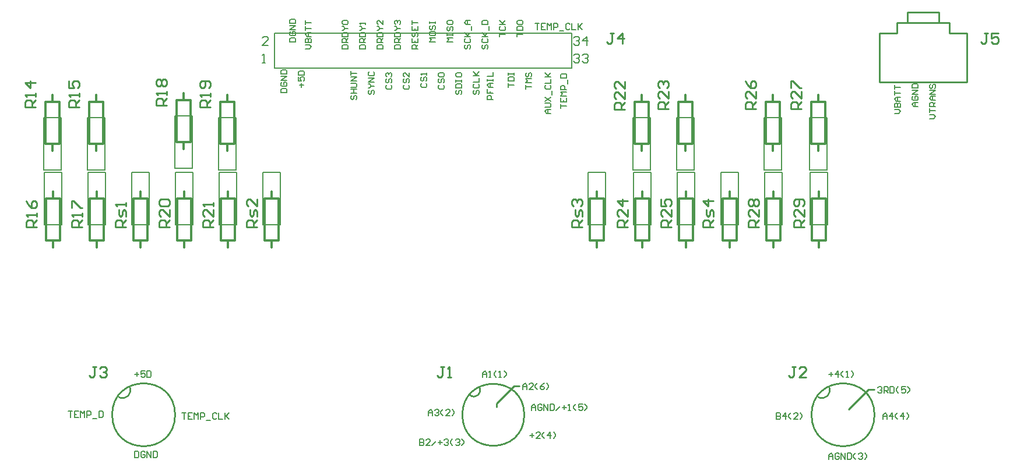
<source format=gto>
G04*
G04 #@! TF.GenerationSoftware,Altium Limited,Altium Designer,24.2.2 (26)*
G04*
G04 Layer_Color=65535*
%FSLAX44Y44*%
%MOMM*%
G71*
G04*
G04 #@! TF.SameCoordinates,6AE4F847-9EFA-45B8-A2EA-998FC1DA7BFA*
G04*
G04*
G04 #@! TF.FilePolarity,Positive*
G04*
G01*
G75*
%ADD10C,0.2540*%
%ADD11C,0.3048*%
%ADD12C,0.2032*%
%ADD13C,0.1270*%
D10*
X299720Y133350D02*
G03*
X299720Y133350I-45720J0D01*
G01*
X218440Y158750D02*
G03*
X233680Y173990I5080J10160D01*
G01*
X807000Y133350D02*
G03*
X807000Y133350I-45000J0D01*
G01*
X727710Y162560D02*
G03*
X741532Y173891I6350J6350D01*
G01*
X1315720Y133350D02*
G03*
X1315720Y133350I-45720J0D01*
G01*
X1234440Y158750D02*
G03*
X1249680Y173990I5080J10160D01*
G01*
X1323340Y617220D02*
Y642620D01*
Y637540D02*
Y662940D01*
X1348740Y688340D02*
Y703580D01*
X1323340Y662940D02*
Y688340D01*
Y617220D02*
X1348740D01*
X1424940D02*
X1450340D01*
X1348740D02*
X1424940D01*
X1450340D02*
Y642620D01*
X1323340Y688340D02*
X1348740D01*
X1363980Y718820D02*
X1409700D01*
Y703580D02*
Y718820D01*
X1363980Y703580D02*
Y718820D01*
X1424940Y688340D02*
X1450340D01*
Y637540D02*
Y662940D01*
Y688340D01*
X1348740Y703580D02*
X1424940D01*
Y688340D02*
Y703580D01*
X767080Y144780D02*
Y149860D01*
X792480Y175260D01*
X800100D01*
X1306830Y170180D02*
X1315720D01*
X1278255Y141605D02*
X1306830Y170180D01*
X1278255Y141605D02*
X1278890Y142240D01*
X291592Y406400D02*
X276357D01*
Y414017D01*
X278896Y416557D01*
X283974D01*
X286514Y414017D01*
Y406400D01*
Y411478D02*
X291592Y416557D01*
Y431792D02*
Y421635D01*
X281435Y431792D01*
X278896D01*
X276357Y429253D01*
Y424174D01*
X278896Y421635D01*
Y436870D02*
X276357Y439409D01*
Y444488D01*
X278896Y447027D01*
X289053D01*
X291592Y444488D01*
Y439409D01*
X289053Y436870D01*
X278896D01*
X97282Y581152D02*
X82047D01*
Y588769D01*
X84586Y591309D01*
X89664D01*
X92204Y588769D01*
Y581152D01*
Y586230D02*
X97282Y591309D01*
Y596387D02*
Y601465D01*
Y598926D01*
X82047D01*
X84586Y596387D01*
X97282Y616701D02*
X82047D01*
X89664Y609083D01*
Y619240D01*
X160782Y581152D02*
X145547D01*
Y588769D01*
X148086Y591309D01*
X153165D01*
X155704Y588769D01*
Y581152D01*
Y586230D02*
X160782Y591309D01*
Y596387D02*
Y601465D01*
Y598926D01*
X145547D01*
X148086Y596387D01*
X145547Y619240D02*
Y609083D01*
X153165D01*
X150625Y614161D01*
Y616701D01*
X153165Y619240D01*
X158243D01*
X160782Y616701D01*
Y611622D01*
X158243Y609083D01*
X99060Y406400D02*
X83825D01*
Y414017D01*
X86364Y416557D01*
X91442D01*
X93982Y414017D01*
Y406400D01*
Y411478D02*
X99060Y416557D01*
Y421635D02*
Y426713D01*
Y424174D01*
X83825D01*
X86364Y421635D01*
X83825Y444488D02*
X86364Y439409D01*
X91442Y434331D01*
X96521D01*
X99060Y436870D01*
Y441949D01*
X96521Y444488D01*
X93982D01*
X91442Y441949D01*
Y434331D01*
X164338Y406400D02*
X149103D01*
Y414017D01*
X151642Y416557D01*
X156721D01*
X159260Y414017D01*
Y406400D01*
Y411478D02*
X164338Y416557D01*
Y421635D02*
Y426713D01*
Y424174D01*
X149103D01*
X151642Y421635D01*
X149103Y434331D02*
Y444488D01*
X151642D01*
X161799Y434331D01*
X164338D01*
X287782Y583692D02*
X272547D01*
Y591310D01*
X275086Y593849D01*
X280165D01*
X282704Y591310D01*
Y583692D01*
Y588770D02*
X287782Y593849D01*
Y598927D02*
Y604005D01*
Y601466D01*
X272547D01*
X275086Y598927D01*
Y611623D02*
X272547Y614162D01*
Y619240D01*
X275086Y621780D01*
X277625D01*
X280165Y619240D01*
X282704Y621780D01*
X285243D01*
X287782Y619240D01*
Y614162D01*
X285243Y611623D01*
X282704D01*
X280165Y614162D01*
X277625Y611623D01*
X275086D01*
X280165Y614162D02*
Y619240D01*
X351282Y581152D02*
X336047D01*
Y588769D01*
X338586Y591309D01*
X343665D01*
X346204Y588769D01*
Y581152D01*
Y586230D02*
X351282Y591309D01*
Y596387D02*
Y601465D01*
Y598926D01*
X336047D01*
X338586Y596387D01*
X348743Y609083D02*
X351282Y611622D01*
Y616701D01*
X348743Y619240D01*
X338586D01*
X336047Y616701D01*
Y611622D01*
X338586Y609083D01*
X341125D01*
X343665Y611622D01*
Y619240D01*
X354838Y406400D02*
X339603D01*
Y414017D01*
X342142Y416557D01*
X347220D01*
X349760Y414017D01*
Y406400D01*
Y411478D02*
X354838Y416557D01*
Y431792D02*
Y421635D01*
X344681Y431792D01*
X342142D01*
X339603Y429253D01*
Y424174D01*
X342142Y421635D01*
X354838Y436870D02*
Y441949D01*
Y439409D01*
X339603D01*
X342142Y436870D01*
X953262Y577342D02*
X938027D01*
Y584959D01*
X940566Y587499D01*
X945645D01*
X948184Y584959D01*
Y577342D01*
Y582420D02*
X953262Y587499D01*
Y602734D02*
Y592577D01*
X943105Y602734D01*
X940566D01*
X938027Y600195D01*
Y595116D01*
X940566Y592577D01*
X953262Y617969D02*
Y607812D01*
X943105Y617969D01*
X940566D01*
X938027Y615430D01*
Y610351D01*
X940566Y607812D01*
X956818Y406400D02*
X941583D01*
Y414017D01*
X944122Y416557D01*
X949201D01*
X951740Y414017D01*
Y406400D01*
Y411478D02*
X956818Y416557D01*
Y431792D02*
Y421635D01*
X946661Y431792D01*
X944122D01*
X941583Y429253D01*
Y424174D01*
X944122Y421635D01*
X956818Y444488D02*
X941583D01*
X949201Y436870D01*
Y447027D01*
X1020318Y406400D02*
X1005083D01*
Y414017D01*
X1007622Y416557D01*
X1012701D01*
X1015240Y414017D01*
Y406400D01*
Y411478D02*
X1020318Y416557D01*
Y431792D02*
Y421635D01*
X1010161Y431792D01*
X1007622D01*
X1005083Y429253D01*
Y424174D01*
X1007622Y421635D01*
X1005083Y447027D02*
Y436870D01*
X1012701D01*
X1010161Y441949D01*
Y444488D01*
X1012701Y447027D01*
X1017779D01*
X1020318Y444488D01*
Y439409D01*
X1017779Y436870D01*
X1209548Y578612D02*
X1194313D01*
Y586230D01*
X1196852Y588769D01*
X1201930D01*
X1204470Y586230D01*
Y578612D01*
Y583690D02*
X1209548Y588769D01*
Y604004D02*
Y593847D01*
X1199391Y604004D01*
X1196852D01*
X1194313Y601465D01*
Y596386D01*
X1196852Y593847D01*
X1194313Y609082D02*
Y619239D01*
X1196852D01*
X1207009Y609082D01*
X1209548D01*
X1147318Y406400D02*
X1132083D01*
Y414017D01*
X1134622Y416557D01*
X1139700D01*
X1142240Y414017D01*
Y406400D01*
Y411478D02*
X1147318Y416557D01*
Y431792D02*
Y421635D01*
X1137161Y431792D01*
X1134622D01*
X1132083Y429253D01*
Y424174D01*
X1134622Y421635D01*
Y436870D02*
X1132083Y439409D01*
Y444488D01*
X1134622Y447027D01*
X1137161D01*
X1139700Y444488D01*
X1142240Y447027D01*
X1144779D01*
X1147318Y444488D01*
Y439409D01*
X1144779Y436870D01*
X1142240D01*
X1139700Y439409D01*
X1137161Y436870D01*
X1134622D01*
X1139700Y439409D02*
Y444488D01*
X227838Y406400D02*
X212603D01*
Y414017D01*
X215142Y416557D01*
X220221D01*
X222760Y414017D01*
Y406400D01*
Y411478D02*
X227838Y416557D01*
Y421635D02*
Y429253D01*
X225299Y431792D01*
X222760Y429253D01*
Y424174D01*
X220221Y421635D01*
X217681Y424174D01*
Y431792D01*
X227838Y436870D02*
Y441949D01*
Y439409D01*
X212603D01*
X215142Y436870D01*
X418338Y406400D02*
X403103D01*
Y414017D01*
X405642Y416557D01*
X410720D01*
X413260Y414017D01*
Y406400D01*
Y411478D02*
X418338Y416557D01*
Y421635D02*
Y429253D01*
X415799Y431792D01*
X413260Y429253D01*
Y424174D01*
X410720Y421635D01*
X408181Y424174D01*
Y431792D01*
X418338Y447027D02*
Y436870D01*
X408181Y447027D01*
X405642D01*
X403103Y444488D01*
Y439409D01*
X405642Y436870D01*
X890778Y406400D02*
X875543D01*
Y414017D01*
X878082Y416557D01*
X883160D01*
X885700Y414017D01*
Y406400D01*
Y411478D02*
X890778Y416557D01*
Y421635D02*
Y429253D01*
X888239Y431792D01*
X885700Y429253D01*
Y424174D01*
X883160Y421635D01*
X880621Y424174D01*
Y431792D01*
X878082Y436870D02*
X875543Y439409D01*
Y444488D01*
X878082Y447027D01*
X880621D01*
X883160Y444488D01*
Y441949D01*
Y444488D01*
X885700Y447027D01*
X888239D01*
X890778Y444488D01*
Y439409D01*
X888239Y436870D01*
X1082040Y406400D02*
X1066805D01*
Y414017D01*
X1069344Y416557D01*
X1074423D01*
X1076962Y414017D01*
Y406400D01*
Y411478D02*
X1082040Y416557D01*
Y421635D02*
Y429253D01*
X1079501Y431792D01*
X1076962Y429253D01*
Y424174D01*
X1074423Y421635D01*
X1071883Y424174D01*
Y431792D01*
X1082040Y444488D02*
X1066805D01*
X1074423Y436870D01*
Y447027D01*
X937257Y688335D02*
X932178D01*
X934717D01*
Y675639D01*
X932178Y673100D01*
X929639D01*
X927100Y675639D01*
X949953Y673100D02*
Y688335D01*
X942335Y680717D01*
X952492D01*
X1201417Y203195D02*
X1196338D01*
X1198877D01*
Y190499D01*
X1196338Y187960D01*
X1193799D01*
X1191260Y190499D01*
X1216652Y187960D02*
X1206495D01*
X1216652Y198117D01*
Y200656D01*
X1214113Y203195D01*
X1209034D01*
X1206495Y200656D01*
X690877Y203195D02*
X685798D01*
X688337D01*
Y190499D01*
X685798Y187960D01*
X683259D01*
X680720Y190499D01*
X695955Y187960D02*
X701033D01*
X698494D01*
Y203195D01*
X695955Y200656D01*
X1480817Y688335D02*
X1475738D01*
X1478277D01*
Y675639D01*
X1475738Y673100D01*
X1473199D01*
X1470660Y675639D01*
X1496052Y688335D02*
X1485895D01*
Y680717D01*
X1490973Y683257D01*
X1493513D01*
X1496052Y680717D01*
Y675639D01*
X1493513Y673100D01*
X1488434D01*
X1485895Y675639D01*
X185417Y203195D02*
X180338D01*
X182878D01*
Y190499D01*
X180338Y187960D01*
X177799D01*
X175260Y190499D01*
X190495Y200656D02*
X193034Y203195D01*
X198113D01*
X200652Y200656D01*
Y198117D01*
X198113Y195578D01*
X195573D01*
X198113D01*
X200652Y193038D01*
Y190499D01*
X198113Y187960D01*
X193034D01*
X190495Y190499D01*
X1213358Y406400D02*
X1198123D01*
Y414017D01*
X1200662Y416557D01*
X1205741D01*
X1208280Y414017D01*
Y406400D01*
Y411478D02*
X1213358Y416557D01*
Y431792D02*
Y421635D01*
X1203201Y431792D01*
X1200662D01*
X1198123Y429253D01*
Y424174D01*
X1200662Y421635D01*
X1210819Y436870D02*
X1213358Y439409D01*
Y444488D01*
X1210819Y447027D01*
X1200662D01*
X1198123Y444488D01*
Y439409D01*
X1200662Y436870D01*
X1203201D01*
X1205741Y439409D01*
Y447027D01*
X1143762Y578612D02*
X1128527D01*
Y586230D01*
X1131066Y588769D01*
X1136144D01*
X1138684Y586230D01*
Y578612D01*
Y583690D02*
X1143762Y588769D01*
Y604004D02*
Y593847D01*
X1133605Y604004D01*
X1131066D01*
X1128527Y601465D01*
Y596386D01*
X1131066Y593847D01*
X1128527Y619239D02*
X1131066Y614160D01*
X1136144Y609082D01*
X1141223D01*
X1143762Y611621D01*
Y616700D01*
X1141223Y619239D01*
X1138684D01*
X1136144Y616700D01*
Y609082D01*
X1016762Y578612D02*
X1001527D01*
Y586230D01*
X1004066Y588769D01*
X1009145D01*
X1011684Y586230D01*
Y578612D01*
Y583690D02*
X1016762Y588769D01*
Y604004D02*
Y593847D01*
X1006605Y604004D01*
X1004066D01*
X1001527Y601465D01*
Y596386D01*
X1004066Y593847D01*
Y609082D02*
X1001527Y611621D01*
Y616700D01*
X1004066Y619239D01*
X1006605D01*
X1009145Y616700D01*
Y614160D01*
Y616700D01*
X1011684Y619239D01*
X1014223D01*
X1016762Y616700D01*
Y611621D01*
X1014223Y609082D01*
D11*
X1041146Y588772D02*
Y598932D01*
Y517652D02*
Y527812D01*
X1051306D02*
Y588772D01*
X1030986Y527812D02*
Y588772D01*
X1051306D01*
X1030986Y527812D02*
X1051306D01*
X1157986D02*
X1178306D01*
X1157986Y588772D02*
X1178306D01*
X1157986Y527812D02*
Y588772D01*
X1178306Y527812D02*
Y588772D01*
X1168146Y517652D02*
Y527812D01*
Y588772D02*
Y598932D01*
X1234694Y376428D02*
Y386588D01*
Y447548D02*
Y457708D01*
X1224534Y386588D02*
Y447548D01*
X1244854Y386588D02*
Y447548D01*
X1224534Y386588D02*
X1244854D01*
X1224534Y447548D02*
X1244854D01*
X1094994D02*
X1115314D01*
X1094994Y386588D02*
X1115314D01*
Y447548D01*
X1094994Y386588D02*
Y447548D01*
X1105154D02*
Y457708D01*
Y376428D02*
Y386588D01*
X901954Y447548D02*
X922274D01*
X901954Y386588D02*
X922274D01*
Y447548D01*
X901954Y386588D02*
Y447548D01*
X912114D02*
Y457708D01*
Y376428D02*
Y386588D01*
X312928Y376428D02*
Y386588D01*
Y447548D02*
Y457708D01*
X302768Y386588D02*
Y447548D01*
X323088Y386588D02*
Y447548D01*
X302768Y386588D02*
X323088D01*
X302768Y447548D02*
X323088D01*
X121666Y588772D02*
Y598932D01*
Y517652D02*
Y527812D01*
X131826D02*
Y588772D01*
X111506Y527812D02*
Y588772D01*
X131826D01*
X111506Y527812D02*
X131826D01*
X175006D02*
X195326D01*
X175006Y588772D02*
X195326D01*
X175006Y527812D02*
Y588772D01*
X195326Y527812D02*
Y588772D01*
X185166Y517652D02*
Y527812D01*
Y588772D02*
Y598932D01*
X249174Y376428D02*
Y386588D01*
Y447548D02*
Y457708D01*
X239014Y386588D02*
Y447548D01*
X259334Y386588D02*
Y447548D01*
X239014Y386588D02*
X259334D01*
X239014Y447548D02*
X259334D01*
X439674Y376428D02*
Y386588D01*
Y447548D02*
Y457708D01*
X429514Y386588D02*
Y447548D01*
X449834Y386588D02*
Y447548D01*
X429514Y386588D02*
X449834D01*
X429514Y447548D02*
X449834D01*
X312166Y591312D02*
Y601472D01*
Y520192D02*
Y530352D01*
X322326D02*
Y591312D01*
X302006Y530352D02*
Y591312D01*
X322326D01*
X302006Y530352D02*
X322326D01*
X977646Y588772D02*
Y598932D01*
Y517652D02*
Y527812D01*
X987806D02*
Y588772D01*
X967486Y527812D02*
Y588772D01*
X987806D01*
X967486Y527812D02*
X987806D01*
X967994Y447548D02*
X988314D01*
X967994Y386588D02*
X988314D01*
Y447548D01*
X967994Y386588D02*
Y447548D01*
X978154D02*
Y457708D01*
Y376428D02*
Y386588D01*
X365506Y527812D02*
X385826D01*
X365506Y588772D02*
X385826D01*
X365506Y527812D02*
Y588772D01*
X385826Y527812D02*
Y588772D01*
X375666Y517652D02*
Y527812D01*
Y588772D02*
Y598932D01*
X366014Y447548D02*
X386334D01*
X366014Y386588D02*
X386334D01*
Y447548D01*
X366014Y386588D02*
Y447548D01*
X376174D02*
Y457708D01*
Y376428D02*
Y386588D01*
X175514Y447548D02*
X195834D01*
X175514Y386588D02*
X195834D01*
Y447548D01*
X175514Y386588D02*
Y447548D01*
X185674D02*
Y457708D01*
Y376428D02*
Y386588D01*
X112014Y447548D02*
X132334D01*
X112014Y386588D02*
X132334D01*
Y447548D01*
X112014Y386588D02*
Y447548D01*
X122174D02*
Y457708D01*
Y376428D02*
Y386588D01*
X1031494Y447548D02*
X1051814D01*
X1031494Y386588D02*
X1051814D01*
Y447548D01*
X1031494Y386588D02*
Y447548D01*
X1041654D02*
Y457708D01*
Y376428D02*
Y386588D01*
X1233932Y588772D02*
Y598932D01*
Y517652D02*
Y527812D01*
X1244092D02*
Y588772D01*
X1223772Y527812D02*
Y588772D01*
X1244092D01*
X1223772Y527812D02*
X1244092D01*
X1158494Y447548D02*
X1178814D01*
X1158494Y386588D02*
X1178814D01*
Y447548D01*
X1158494Y386588D02*
Y447548D01*
X1168654D02*
Y457708D01*
Y376428D02*
Y386588D01*
D12*
X1028446Y489712D02*
Y565912D01*
X1053846Y489712D02*
Y565912D01*
X1028446Y489712D02*
X1053846D01*
X1028446Y565912D02*
X1053846D01*
X1155446D02*
X1180846D01*
X1155446Y489712D02*
X1180846D01*
Y565912D01*
X1155446Y489712D02*
Y565912D01*
X1247394Y409448D02*
Y485648D01*
X1221994Y409448D02*
Y485648D01*
X1247394D01*
X1221994Y409448D02*
X1247394D01*
X444500Y637540D02*
X876300D01*
X444500Y688340D02*
X876300D01*
X444500Y637540D02*
Y688340D01*
X876300Y637540D02*
Y688340D01*
X1092454Y409448D02*
X1117854D01*
X1092454Y485648D02*
X1117854D01*
X1092454Y409448D02*
Y485648D01*
X1117854Y409448D02*
Y485648D01*
X899414Y409448D02*
X924814D01*
X899414Y485648D02*
X924814D01*
X899414Y409448D02*
Y485648D01*
X924814Y409448D02*
Y485648D01*
X325628Y409448D02*
Y485648D01*
X300228Y409448D02*
Y485648D01*
X325628D01*
X300228Y409448D02*
X325628D01*
X108966Y489712D02*
Y565912D01*
X134366Y489712D02*
Y565912D01*
X108966Y489712D02*
X134366D01*
X108966Y565912D02*
X134366D01*
X172466D02*
X197866D01*
X172466Y489712D02*
X197866D01*
Y565912D01*
X172466Y489712D02*
Y565912D01*
X261874Y409448D02*
Y485648D01*
X236474Y409448D02*
Y485648D01*
X261874D01*
X236474Y409448D02*
X261874D01*
X452374D02*
Y485648D01*
X426974Y409448D02*
Y485648D01*
X452374D01*
X426974Y409448D02*
X452374D01*
X299466Y492252D02*
Y568452D01*
X324866Y492252D02*
Y568452D01*
X299466Y492252D02*
X324866D01*
X299466Y568452D02*
X324866D01*
X964946Y489712D02*
Y565912D01*
X990346Y489712D02*
Y565912D01*
X964946Y489712D02*
X990346D01*
X964946Y565912D02*
X990346D01*
X965454Y409448D02*
X990854D01*
X965454Y485648D02*
X990854D01*
X965454Y409448D02*
Y485648D01*
X990854Y409448D02*
Y485648D01*
X362966Y565912D02*
X388366D01*
X362966Y489712D02*
X388366D01*
Y565912D01*
X362966Y489712D02*
Y565912D01*
X363474Y409448D02*
X388874D01*
X363474Y485648D02*
X388874D01*
X363474Y409448D02*
Y485648D01*
X388874Y409448D02*
Y485648D01*
X172974Y409448D02*
X198374D01*
X172974Y485648D02*
X198374D01*
X172974Y409448D02*
Y485648D01*
X198374Y409448D02*
Y485648D01*
X109474Y409448D02*
X134874D01*
X109474Y485648D02*
X134874D01*
X109474Y409448D02*
Y485648D01*
X134874Y409448D02*
Y485648D01*
X1028954Y409448D02*
X1054354D01*
X1028954Y485648D02*
X1054354D01*
X1028954Y409448D02*
Y485648D01*
X1054354Y409448D02*
Y485648D01*
X1221232Y489712D02*
Y565912D01*
X1246632Y489712D02*
Y565912D01*
X1221232Y489712D02*
X1246632D01*
X1221232Y565912D02*
X1246632D01*
X1155954Y409448D02*
X1181354D01*
X1155954Y485648D02*
X1181354D01*
X1155954Y409448D02*
Y485648D01*
X1181354Y409448D02*
Y485648D01*
X878840Y681140D02*
X880956Y683256D01*
X885188D01*
X887304Y681140D01*
Y679024D01*
X885188Y676908D01*
X883072D01*
X885188D01*
X887304Y674792D01*
Y672676D01*
X885188Y670560D01*
X880956D01*
X878840Y672676D01*
X897884Y670560D02*
Y683256D01*
X891536Y676908D01*
X900000D01*
X878840Y655740D02*
X880956Y657856D01*
X885188D01*
X887304Y655740D01*
Y653624D01*
X885188Y651508D01*
X883072D01*
X885188D01*
X887304Y649392D01*
Y647276D01*
X885188Y645160D01*
X880956D01*
X878840Y647276D01*
X891536Y655740D02*
X893652Y657856D01*
X897884D01*
X900000Y655740D01*
Y653624D01*
X897884Y651508D01*
X895768D01*
X897884D01*
X900000Y649392D01*
Y647276D01*
X897884Y645160D01*
X893652D01*
X891536Y647276D01*
X426720Y645160D02*
X430952D01*
X428836D01*
Y657856D01*
X426720Y655740D01*
X435184Y670560D02*
X426720D01*
X435184Y679024D01*
Y681140D01*
X433068Y683256D01*
X428836D01*
X426720Y681140D01*
D13*
X144780Y138427D02*
X150705D01*
X147742D01*
Y129540D01*
X159592Y138427D02*
X153667D01*
Y129540D01*
X159592D01*
X153667Y133984D02*
X156629D01*
X162554Y129540D02*
Y138427D01*
X165517Y135465D01*
X168479Y138427D01*
Y129540D01*
X171441D02*
Y138427D01*
X175885D01*
X177366Y136946D01*
Y133984D01*
X175885Y132502D01*
X171441D01*
X180329Y128059D02*
X186253D01*
X189216Y138427D02*
Y129540D01*
X193659D01*
X195140Y131021D01*
Y136946D01*
X193659Y138427D01*
X189216D01*
X309880Y135887D02*
X315805D01*
X312842D01*
Y127000D01*
X324692Y135887D02*
X318767D01*
Y127000D01*
X324692D01*
X318767Y131444D02*
X321730D01*
X327654Y127000D02*
Y135887D01*
X330617Y132925D01*
X333579Y135887D01*
Y127000D01*
X336541D02*
Y135887D01*
X340985D01*
X342466Y134406D01*
Y131444D01*
X340985Y129962D01*
X336541D01*
X345429Y125519D02*
X351353D01*
X360240Y134406D02*
X358759Y135887D01*
X355797D01*
X354316Y134406D01*
Y128481D01*
X355797Y127000D01*
X358759D01*
X360240Y128481D01*
X363203Y135887D02*
Y127000D01*
X369128D01*
X372090Y135887D02*
Y127000D01*
Y129962D01*
X378015Y135887D01*
X373571Y131444D01*
X378015Y127000D01*
X241300Y80007D02*
Y71120D01*
X245744D01*
X247225Y72601D01*
Y78526D01*
X245744Y80007D01*
X241300D01*
X256112Y78526D02*
X254631Y80007D01*
X251668D01*
X250187Y78526D01*
Y72601D01*
X251668Y71120D01*
X254631D01*
X256112Y72601D01*
Y75564D01*
X253150D01*
X259074Y71120D02*
Y80007D01*
X264999Y71120D01*
Y80007D01*
X267961D02*
Y71120D01*
X272405D01*
X273886Y72601D01*
Y78526D01*
X272405Y80007D01*
X267961D01*
X241300Y192404D02*
X247225D01*
X244262Y195366D02*
Y189441D01*
X256112Y196847D02*
X250187D01*
Y192404D01*
X253150Y193885D01*
X254631D01*
X256112Y192404D01*
Y189441D01*
X254631Y187960D01*
X251668D01*
X250187Y189441D01*
X259074Y196847D02*
Y187960D01*
X263518D01*
X264999Y189441D01*
Y195366D01*
X263518Y196847D01*
X259074D01*
X668020Y132080D02*
Y138005D01*
X670982Y140967D01*
X673945Y138005D01*
Y132080D01*
Y136524D01*
X668020D01*
X676907Y139486D02*
X678388Y140967D01*
X681351D01*
X682832Y139486D01*
Y138005D01*
X681351Y136524D01*
X679870D01*
X681351D01*
X682832Y135042D01*
Y133561D01*
X681351Y132080D01*
X678388D01*
X676907Y133561D01*
X688757Y132080D02*
X685794Y135042D01*
Y138005D01*
X688757Y140967D01*
X699125Y132080D02*
X693200D01*
X699125Y138005D01*
Y139486D01*
X697644Y140967D01*
X694681D01*
X693200Y139486D01*
X702087Y132080D02*
X705050Y135042D01*
Y138005D01*
X702087Y140967D01*
X655320Y97787D02*
Y88900D01*
X659764D01*
X661245Y90381D01*
Y91862D01*
X659764Y93344D01*
X655320D01*
X659764D01*
X661245Y94825D01*
Y96306D01*
X659764Y97787D01*
X655320D01*
X670132Y88900D02*
X664207D01*
X670132Y94825D01*
Y96306D01*
X668651Y97787D01*
X665688D01*
X664207Y96306D01*
X673094Y88900D02*
X679019Y94825D01*
X681981Y93344D02*
X687906D01*
X684944Y96306D02*
Y90381D01*
X690869Y96306D02*
X692350Y97787D01*
X695312D01*
X696793Y96306D01*
Y94825D01*
X695312Y93344D01*
X693831D01*
X695312D01*
X696793Y91862D01*
Y90381D01*
X695312Y88900D01*
X692350D01*
X690869Y90381D01*
X702718Y88900D02*
X699756Y91862D01*
Y94825D01*
X702718Y97787D01*
X707162Y96306D02*
X708643Y97787D01*
X711605D01*
X713086Y96306D01*
Y94825D01*
X711605Y93344D01*
X710124D01*
X711605D01*
X713086Y91862D01*
Y90381D01*
X711605Y88900D01*
X708643D01*
X707162Y90381D01*
X716049Y88900D02*
X719011Y91862D01*
Y94825D01*
X716049Y97787D01*
X805180Y170180D02*
Y176105D01*
X808142Y179067D01*
X811105Y176105D01*
Y170180D01*
Y174624D01*
X805180D01*
X819992Y170180D02*
X814067D01*
X819992Y176105D01*
Y177586D01*
X818511Y179067D01*
X815548D01*
X814067Y177586D01*
X825917Y170180D02*
X822954Y173142D01*
Y176105D01*
X825917Y179067D01*
X836285D02*
X833323Y177586D01*
X830360Y174624D01*
Y171661D01*
X831841Y170180D01*
X834804D01*
X836285Y171661D01*
Y173142D01*
X834804Y174624D01*
X830360D01*
X839247Y170180D02*
X842210Y173142D01*
Y176105D01*
X839247Y179067D01*
X815340Y103504D02*
X821265D01*
X818302Y106466D02*
Y100541D01*
X830152Y99060D02*
X824227D01*
X830152Y104985D01*
Y106466D01*
X828671Y107947D01*
X825708D01*
X824227Y106466D01*
X836077Y99060D02*
X833114Y102022D01*
Y104985D01*
X836077Y107947D01*
X844964Y99060D02*
Y107947D01*
X840520Y103504D01*
X846445D01*
X849407Y99060D02*
X852370Y102022D01*
Y104985D01*
X849407Y107947D01*
X817880Y139700D02*
Y145625D01*
X820842Y148587D01*
X823805Y145625D01*
Y139700D01*
Y144144D01*
X817880D01*
X832692Y147106D02*
X831211Y148587D01*
X828248D01*
X826767Y147106D01*
Y141181D01*
X828248Y139700D01*
X831211D01*
X832692Y141181D01*
Y144144D01*
X829730D01*
X835654Y139700D02*
Y148587D01*
X841579Y139700D01*
Y148587D01*
X844541D02*
Y139700D01*
X848985D01*
X850466Y141181D01*
Y147106D01*
X848985Y148587D01*
X844541D01*
X853428Y139700D02*
X859353Y145625D01*
X862316Y144144D02*
X868240D01*
X865278Y147106D02*
Y141181D01*
X871203Y139700D02*
X874165D01*
X872684D01*
Y148587D01*
X871203Y147106D01*
X881571Y139700D02*
X878609Y142662D01*
Y145625D01*
X881571Y148587D01*
X891939D02*
X886015D01*
Y144144D01*
X888977Y145625D01*
X890458D01*
X891939Y144144D01*
Y141181D01*
X890458Y139700D01*
X887496D01*
X886015Y141181D01*
X894902Y139700D02*
X897864Y142662D01*
Y145625D01*
X894902Y148587D01*
X1249680Y192404D02*
X1255605D01*
X1252642Y195366D02*
Y189441D01*
X1263011Y187960D02*
Y196847D01*
X1258567Y192404D01*
X1264492D01*
X1270417Y187960D02*
X1267454Y190922D01*
Y193885D01*
X1270417Y196847D01*
X1274860Y187960D02*
X1277823D01*
X1276341D01*
Y196847D01*
X1274860Y195366D01*
X1282266Y187960D02*
X1285228Y190922D01*
Y193885D01*
X1282266Y196847D01*
X1249680Y68580D02*
Y74505D01*
X1252642Y77467D01*
X1255605Y74505D01*
Y68580D01*
Y73024D01*
X1249680D01*
X1264492Y75986D02*
X1263011Y77467D01*
X1260048D01*
X1258567Y75986D01*
Y70061D01*
X1260048Y68580D01*
X1263011D01*
X1264492Y70061D01*
Y73024D01*
X1261529D01*
X1267454Y68580D02*
Y77467D01*
X1273379Y68580D01*
Y77467D01*
X1276341D02*
Y68580D01*
X1280785D01*
X1282266Y70061D01*
Y75986D01*
X1280785Y77467D01*
X1276341D01*
X1288191Y68580D02*
X1285228Y71542D01*
Y74505D01*
X1288191Y77467D01*
X1292634Y75986D02*
X1294116Y77467D01*
X1297078D01*
X1298559Y75986D01*
Y74505D01*
X1297078Y73024D01*
X1295597D01*
X1297078D01*
X1298559Y71542D01*
Y70061D01*
X1297078Y68580D01*
X1294116D01*
X1292634Y70061D01*
X1301522Y68580D02*
X1304484Y71542D01*
Y74505D01*
X1301522Y77467D01*
X1320800Y172506D02*
X1322281Y173987D01*
X1325244D01*
X1326725Y172506D01*
Y171025D01*
X1325244Y169544D01*
X1323762D01*
X1325244D01*
X1326725Y168062D01*
Y166581D01*
X1325244Y165100D01*
X1322281D01*
X1320800Y166581D01*
X1329687Y165100D02*
Y173987D01*
X1334131D01*
X1335612Y172506D01*
Y169544D01*
X1334131Y168062D01*
X1329687D01*
X1332650D02*
X1335612Y165100D01*
X1338574Y173987D02*
Y165100D01*
X1343018D01*
X1344499Y166581D01*
Y172506D01*
X1343018Y173987D01*
X1338574D01*
X1350424Y165100D02*
X1347461Y168062D01*
Y171025D01*
X1350424Y173987D01*
X1360792D02*
X1354867D01*
Y169544D01*
X1357830Y171025D01*
X1359311D01*
X1360792Y169544D01*
Y166581D01*
X1359311Y165100D01*
X1356349D01*
X1354867Y166581D01*
X1363754Y165100D02*
X1366717Y168062D01*
Y171025D01*
X1363754Y173987D01*
X1173480Y135887D02*
Y127000D01*
X1177924D01*
X1179405Y128481D01*
Y129962D01*
X1177924Y131444D01*
X1173480D01*
X1177924D01*
X1179405Y132925D01*
Y134406D01*
X1177924Y135887D01*
X1173480D01*
X1186811Y127000D02*
Y135887D01*
X1182367Y131444D01*
X1188292D01*
X1194217Y127000D02*
X1191254Y129962D01*
Y132925D01*
X1194217Y135887D01*
X1204585Y127000D02*
X1198660D01*
X1204585Y132925D01*
Y134406D01*
X1203104Y135887D01*
X1200141D01*
X1198660Y134406D01*
X1207547Y127000D02*
X1210510Y129962D01*
Y132925D01*
X1207547Y135887D01*
X466093Y675640D02*
X474980D01*
Y680084D01*
X473499Y681565D01*
X467574D01*
X466093Y680084D01*
Y675640D01*
X467574Y690452D02*
X466093Y688971D01*
Y686008D01*
X467574Y684527D01*
X473499D01*
X474980Y686008D01*
Y688971D01*
X473499Y690452D01*
X470536D01*
Y687489D01*
X474980Y693414D02*
X466093D01*
X474980Y699339D01*
X466093D01*
Y702301D02*
X474980D01*
Y706745D01*
X473499Y708226D01*
X467574D01*
X466093Y706745D01*
Y702301D01*
X488953Y665480D02*
X494878D01*
X497840Y668442D01*
X494878Y671405D01*
X488953D01*
Y674367D02*
X497840D01*
Y678811D01*
X496359Y680292D01*
X494878D01*
X493396Y678811D01*
Y674367D01*
Y678811D01*
X491915Y680292D01*
X490434D01*
X488953Y678811D01*
Y674367D01*
X497840Y683254D02*
X491915D01*
X488953Y686217D01*
X491915Y689179D01*
X497840D01*
X493396D01*
Y683254D01*
X488953Y692141D02*
Y698066D01*
Y695104D01*
X497840D01*
X488953Y701029D02*
Y706953D01*
Y703991D01*
X497840D01*
X453393Y601980D02*
X462280D01*
Y606424D01*
X460799Y607905D01*
X454874D01*
X453393Y606424D01*
Y601980D01*
X454874Y616792D02*
X453393Y615311D01*
Y612348D01*
X454874Y610867D01*
X460799D01*
X462280Y612348D01*
Y615311D01*
X460799Y616792D01*
X457836D01*
Y613829D01*
X462280Y619754D02*
X453393D01*
X462280Y625679D01*
X453393D01*
Y628641D02*
X462280D01*
Y633085D01*
X460799Y634566D01*
X454874D01*
X453393Y633085D01*
Y628641D01*
X483236Y609600D02*
Y615525D01*
X480274Y612562D02*
X486199D01*
X478793Y624412D02*
Y618487D01*
X483236D01*
X481755Y621450D01*
Y622931D01*
X483236Y624412D01*
X486199D01*
X487680Y622931D01*
Y619968D01*
X486199Y618487D01*
X478793Y627374D02*
X487680D01*
Y631818D01*
X486199Y633299D01*
X480274D01*
X478793Y631818D01*
Y627374D01*
X542293Y665480D02*
X551180D01*
Y669924D01*
X549699Y671405D01*
X543774D01*
X542293Y669924D01*
Y665480D01*
X551180Y674367D02*
X542293D01*
Y678811D01*
X543774Y680292D01*
X546736D01*
X548218Y678811D01*
Y674367D01*
Y677329D02*
X551180Y680292D01*
X542293Y683254D02*
X551180D01*
Y687698D01*
X549699Y689179D01*
X543774D01*
X542293Y687698D01*
Y683254D01*
Y692141D02*
X543774D01*
X546736Y695104D01*
X543774Y698066D01*
X542293D01*
X546736Y695104D02*
X551180D01*
X543774Y701029D02*
X542293Y702510D01*
Y705472D01*
X543774Y706953D01*
X549699D01*
X551180Y705472D01*
Y702510D01*
X549699Y701029D01*
X543774D01*
X567693Y665480D02*
X576580D01*
Y669924D01*
X575099Y671405D01*
X569174D01*
X567693Y669924D01*
Y665480D01*
X576580Y674367D02*
X567693D01*
Y678811D01*
X569174Y680292D01*
X572136D01*
X573618Y678811D01*
Y674367D01*
Y677329D02*
X576580Y680292D01*
X567693Y683254D02*
X576580D01*
Y687698D01*
X575099Y689179D01*
X569174D01*
X567693Y687698D01*
Y683254D01*
Y692141D02*
X569174D01*
X572136Y695104D01*
X569174Y698066D01*
X567693D01*
X572136Y695104D02*
X576580D01*
Y701029D02*
Y703991D01*
Y702510D01*
X567693D01*
X569174Y701029D01*
X581874Y605365D02*
X580393Y603884D01*
Y600921D01*
X581874Y599440D01*
X583355D01*
X584836Y600921D01*
Y603884D01*
X586318Y605365D01*
X587799D01*
X589280Y603884D01*
Y600921D01*
X587799Y599440D01*
X580393Y608327D02*
X581874D01*
X584836Y611289D01*
X581874Y614252D01*
X580393D01*
X584836Y611289D02*
X589280D01*
Y617214D02*
X580393D01*
X589280Y623139D01*
X580393D01*
X581874Y632026D02*
X580393Y630545D01*
Y627583D01*
X581874Y626101D01*
X587799D01*
X589280Y627583D01*
Y630545D01*
X587799Y632026D01*
X607274Y612985D02*
X605793Y611504D01*
Y608541D01*
X607274Y607060D01*
X613199D01*
X614680Y608541D01*
Y611504D01*
X613199Y612985D01*
X607274Y621872D02*
X605793Y620391D01*
Y617428D01*
X607274Y615947D01*
X608755D01*
X610236Y617428D01*
Y620391D01*
X611718Y621872D01*
X613199D01*
X614680Y620391D01*
Y617428D01*
X613199Y615947D01*
X607274Y624834D02*
X605793Y626315D01*
Y629278D01*
X607274Y630759D01*
X608755D01*
X610236Y629278D01*
Y627797D01*
Y629278D01*
X611718Y630759D01*
X613199D01*
X614680Y629278D01*
Y626315D01*
X613199Y624834D01*
X556474Y597745D02*
X554993Y596264D01*
Y593301D01*
X556474Y591820D01*
X557955D01*
X559436Y593301D01*
Y596264D01*
X560918Y597745D01*
X562399D01*
X563880Y596264D01*
Y593301D01*
X562399Y591820D01*
X554993Y600707D02*
X563880D01*
X559436D01*
Y606632D01*
X554993D01*
X563880D01*
X554993Y609594D02*
X562399D01*
X563880Y611075D01*
Y614038D01*
X562399Y615519D01*
X554993D01*
X563880Y618481D02*
X554993D01*
X563880Y624406D01*
X554993D01*
Y627369D02*
Y633293D01*
Y630331D01*
X563880D01*
X593093Y665480D02*
X601980D01*
Y669924D01*
X600499Y671405D01*
X594574D01*
X593093Y669924D01*
Y665480D01*
X601980Y674367D02*
X593093D01*
Y678811D01*
X594574Y680292D01*
X597536D01*
X599018Y678811D01*
Y674367D01*
Y677329D02*
X601980Y680292D01*
X593093Y683254D02*
X601980D01*
Y687698D01*
X600499Y689179D01*
X594574D01*
X593093Y687698D01*
Y683254D01*
Y692141D02*
X594574D01*
X597536Y695104D01*
X594574Y698066D01*
X593093D01*
X597536Y695104D02*
X601980D01*
Y706953D02*
Y701029D01*
X596055Y706953D01*
X594574D01*
X593093Y705472D01*
Y702510D01*
X594574Y701029D01*
X618493Y665480D02*
X627380D01*
Y669924D01*
X625899Y671405D01*
X619974D01*
X618493Y669924D01*
Y665480D01*
X627380Y674367D02*
X618493D01*
Y678811D01*
X619974Y680292D01*
X622936D01*
X624418Y678811D01*
Y674367D01*
Y677329D02*
X627380Y680292D01*
X618493Y683254D02*
X627380D01*
Y687698D01*
X625899Y689179D01*
X619974D01*
X618493Y687698D01*
Y683254D01*
Y692141D02*
X619974D01*
X622936Y695104D01*
X619974Y698066D01*
X618493D01*
X622936Y695104D02*
X627380D01*
X619974Y701029D02*
X618493Y702510D01*
Y705472D01*
X619974Y706953D01*
X621455D01*
X622936Y705472D01*
Y703991D01*
Y705472D01*
X624418Y706953D01*
X625899D01*
X627380Y705472D01*
Y702510D01*
X625899Y701029D01*
X652780Y665480D02*
X643893D01*
Y669924D01*
X645374Y671405D01*
X648336D01*
X649818Y669924D01*
Y665480D01*
Y668442D02*
X652780Y671405D01*
X643893Y680292D02*
Y674367D01*
X652780D01*
Y680292D01*
X648336Y674367D02*
Y677329D01*
X645374Y689179D02*
X643893Y687698D01*
Y684735D01*
X645374Y683254D01*
X646855D01*
X648336Y684735D01*
Y687698D01*
X649818Y689179D01*
X651299D01*
X652780Y687698D01*
Y684735D01*
X651299Y683254D01*
X643893Y698066D02*
Y692141D01*
X652780D01*
Y698066D01*
X648336Y692141D02*
Y695104D01*
X643893Y701029D02*
Y706953D01*
Y703991D01*
X652780D01*
X678180Y675640D02*
X669293D01*
X672255Y678602D01*
X669293Y681565D01*
X678180D01*
X669293Y688971D02*
Y686008D01*
X670774Y684527D01*
X676699D01*
X678180Y686008D01*
Y688971D01*
X676699Y690452D01*
X670774D01*
X669293Y688971D01*
X670774Y699339D02*
X669293Y697858D01*
Y694895D01*
X670774Y693414D01*
X672255D01*
X673736Y694895D01*
Y697858D01*
X675218Y699339D01*
X676699D01*
X678180Y697858D01*
Y694895D01*
X676699Y693414D01*
X669293Y702301D02*
Y705264D01*
Y703783D01*
X678180D01*
Y702301D01*
Y705264D01*
X703580Y675640D02*
X694693D01*
X697655Y678602D01*
X694693Y681565D01*
X703580D01*
X694693Y684527D02*
Y687489D01*
Y686008D01*
X703580D01*
Y684527D01*
Y687489D01*
X696174Y697858D02*
X694693Y696377D01*
Y693414D01*
X696174Y691933D01*
X697655D01*
X699136Y693414D01*
Y696377D01*
X700618Y697858D01*
X702099D01*
X703580Y696377D01*
Y693414D01*
X702099Y691933D01*
X694693Y705264D02*
Y702301D01*
X696174Y700820D01*
X702099D01*
X703580Y702301D01*
Y705264D01*
X702099Y706745D01*
X696174D01*
X694693Y705264D01*
X632674Y612985D02*
X631193Y611504D01*
Y608541D01*
X632674Y607060D01*
X638599D01*
X640080Y608541D01*
Y611504D01*
X638599Y612985D01*
X632674Y621872D02*
X631193Y620391D01*
Y617428D01*
X632674Y615947D01*
X634155D01*
X635636Y617428D01*
Y620391D01*
X637118Y621872D01*
X638599D01*
X640080Y620391D01*
Y617428D01*
X638599Y615947D01*
X640080Y630759D02*
Y624834D01*
X634155Y630759D01*
X632674D01*
X631193Y629278D01*
Y626315D01*
X632674Y624834D01*
X658074Y615525D02*
X656593Y614044D01*
Y611081D01*
X658074Y609600D01*
X663999D01*
X665480Y611081D01*
Y614044D01*
X663999Y615525D01*
X658074Y624412D02*
X656593Y622931D01*
Y619968D01*
X658074Y618487D01*
X659555D01*
X661036Y619968D01*
Y622931D01*
X662518Y624412D01*
X663999D01*
X665480Y622931D01*
Y619968D01*
X663999Y618487D01*
X665480Y627374D02*
Y630337D01*
Y628855D01*
X656593D01*
X658074Y627374D01*
X683474Y612985D02*
X681993Y611504D01*
Y608541D01*
X683474Y607060D01*
X689399D01*
X690880Y608541D01*
Y611504D01*
X689399Y612985D01*
X683474Y621872D02*
X681993Y620391D01*
Y617428D01*
X683474Y615947D01*
X684955D01*
X686436Y617428D01*
Y620391D01*
X687918Y621872D01*
X689399D01*
X690880Y620391D01*
Y617428D01*
X689399Y615947D01*
X683474Y624834D02*
X681993Y626315D01*
Y629278D01*
X683474Y630759D01*
X689399D01*
X690880Y629278D01*
Y626315D01*
X689399Y624834D01*
X683474D01*
X708874Y605365D02*
X707393Y603884D01*
Y600921D01*
X708874Y599440D01*
X710355D01*
X711836Y600921D01*
Y603884D01*
X713318Y605365D01*
X714799D01*
X716280Y603884D01*
Y600921D01*
X714799Y599440D01*
X707393Y608327D02*
X716280D01*
Y612771D01*
X714799Y614252D01*
X708874D01*
X707393Y612771D01*
Y608327D01*
Y617214D02*
Y620177D01*
Y618695D01*
X716280D01*
Y617214D01*
Y620177D01*
X707393Y629064D02*
Y626101D01*
X708874Y624620D01*
X714799D01*
X716280Y626101D01*
Y629064D01*
X714799Y630545D01*
X708874D01*
X707393Y629064D01*
X721574Y671405D02*
X720093Y669924D01*
Y666961D01*
X721574Y665480D01*
X723055D01*
X724536Y666961D01*
Y669924D01*
X726018Y671405D01*
X727499D01*
X728980Y669924D01*
Y666961D01*
X727499Y665480D01*
X721574Y680292D02*
X720093Y678811D01*
Y675848D01*
X721574Y674367D01*
X727499D01*
X728980Y675848D01*
Y678811D01*
X727499Y680292D01*
X720093Y683254D02*
X728980D01*
X726018D01*
X720093Y689179D01*
X724536Y684735D01*
X728980Y689179D01*
X730461Y692141D02*
Y698066D01*
X728980Y701029D02*
X723055D01*
X720093Y703991D01*
X723055Y706953D01*
X728980D01*
X724536D01*
Y701029D01*
X746974Y671405D02*
X745493Y669924D01*
Y666961D01*
X746974Y665480D01*
X748455D01*
X749936Y666961D01*
Y669924D01*
X751418Y671405D01*
X752899D01*
X754380Y669924D01*
Y666961D01*
X752899Y665480D01*
X746974Y680292D02*
X745493Y678811D01*
Y675848D01*
X746974Y674367D01*
X752899D01*
X754380Y675848D01*
Y678811D01*
X752899Y680292D01*
X745493Y683254D02*
X754380D01*
X751418D01*
X745493Y689179D01*
X749936Y684735D01*
X754380Y689179D01*
X755861Y692141D02*
Y698066D01*
X745493Y701029D02*
X754380D01*
Y705472D01*
X752899Y706953D01*
X746974D01*
X745493Y705472D01*
Y701029D01*
X796293Y683260D02*
Y689185D01*
Y686222D01*
X805180D01*
X796293Y692147D02*
X805180D01*
Y696591D01*
X803699Y698072D01*
X797774D01*
X796293Y696591D01*
Y692147D01*
Y705478D02*
Y702515D01*
X797774Y701034D01*
X803699D01*
X805180Y702515D01*
Y705478D01*
X803699Y706959D01*
X797774D01*
X796293Y705478D01*
X822960Y702307D02*
X828885D01*
X825922D01*
Y693420D01*
X837772Y702307D02*
X831847D01*
Y693420D01*
X837772D01*
X831847Y697864D02*
X834809D01*
X840734Y693420D02*
Y702307D01*
X843697Y699345D01*
X846659Y702307D01*
Y693420D01*
X849621D02*
Y702307D01*
X854065D01*
X855546Y700826D01*
Y697864D01*
X854065Y696382D01*
X849621D01*
X858509Y691939D02*
X864433D01*
X873320Y700826D02*
X871839Y702307D01*
X868877D01*
X867396Y700826D01*
Y694901D01*
X868877Y693420D01*
X871839D01*
X873320Y694901D01*
X876283Y702307D02*
Y693420D01*
X882207D01*
X885170Y702307D02*
Y693420D01*
Y696382D01*
X891095Y702307D01*
X886651Y697864D01*
X891095Y693420D01*
X845820Y571500D02*
X839895D01*
X836933Y574462D01*
X839895Y577425D01*
X845820D01*
X841376D01*
Y571500D01*
X836933Y580387D02*
X844339D01*
X845820Y581868D01*
Y584831D01*
X844339Y586312D01*
X836933D01*
Y589274D02*
X845820Y595199D01*
X836933D02*
X845820Y589274D01*
X847301Y598161D02*
Y604086D01*
X838414Y612973D02*
X836933Y611492D01*
Y608530D01*
X838414Y607048D01*
X844339D01*
X845820Y608530D01*
Y611492D01*
X844339Y612973D01*
X836933Y615936D02*
X845820D01*
Y621860D01*
X836933Y624823D02*
X845820D01*
X842858D01*
X836933Y630747D01*
X841376Y626304D01*
X845820Y630747D01*
X808993Y607060D02*
Y612985D01*
Y610022D01*
X817880D01*
Y615947D02*
X808993D01*
X811955Y618909D01*
X808993Y621872D01*
X817880D01*
X810474Y630759D02*
X808993Y629278D01*
Y626315D01*
X810474Y624834D01*
X811955D01*
X813436Y626315D01*
Y629278D01*
X814918Y630759D01*
X816399D01*
X817880Y629278D01*
Y626315D01*
X816399Y624834D01*
X783593Y609600D02*
Y615525D01*
Y612562D01*
X792480D01*
X783593Y618487D02*
X792480D01*
Y622931D01*
X790999Y624412D01*
X785074D01*
X783593Y622931D01*
Y618487D01*
Y627374D02*
Y630337D01*
Y628855D01*
X792480D01*
Y627374D01*
Y630337D01*
X762000Y591820D02*
X753113D01*
Y596264D01*
X754594Y597745D01*
X757556D01*
X759038Y596264D01*
Y591820D01*
X753113Y606632D02*
Y600707D01*
X757556D01*
Y603670D01*
Y600707D01*
X762000D01*
Y609594D02*
X756075D01*
X753113Y612557D01*
X756075Y615519D01*
X762000D01*
X757556D01*
Y609594D01*
X753113Y618481D02*
Y621444D01*
Y619963D01*
X762000D01*
Y618481D01*
Y621444D01*
X753113Y625887D02*
X762000D01*
Y631812D01*
X734274Y605365D02*
X732793Y603884D01*
Y600921D01*
X734274Y599440D01*
X735755D01*
X737236Y600921D01*
Y603884D01*
X738718Y605365D01*
X740199D01*
X741680Y603884D01*
Y600921D01*
X740199Y599440D01*
X734274Y614252D02*
X732793Y612771D01*
Y609808D01*
X734274Y608327D01*
X740199D01*
X741680Y609808D01*
Y612771D01*
X740199Y614252D01*
X732793Y617214D02*
X741680D01*
Y623139D01*
X732793Y626101D02*
X741680D01*
X738718D01*
X732793Y632026D01*
X737236Y627583D01*
X741680Y632026D01*
X859793Y579120D02*
Y585045D01*
Y582082D01*
X868680D01*
X859793Y593932D02*
Y588007D01*
X868680D01*
Y593932D01*
X864236Y588007D02*
Y590970D01*
X868680Y596894D02*
X859793D01*
X862755Y599857D01*
X859793Y602819D01*
X868680D01*
Y605781D02*
X859793D01*
Y610225D01*
X861274Y611706D01*
X864236D01*
X865718Y610225D01*
Y605781D01*
X870161Y614669D02*
Y620593D01*
X859793Y623556D02*
X868680D01*
Y627999D01*
X867199Y629480D01*
X861274D01*
X859793Y627999D01*
Y623556D01*
X770893Y683260D02*
Y689185D01*
Y686222D01*
X779780D01*
X772374Y698072D02*
X770893Y696591D01*
Y693628D01*
X772374Y692147D01*
X778299D01*
X779780Y693628D01*
Y696591D01*
X778299Y698072D01*
X770893Y701034D02*
X779780D01*
X776818D01*
X770893Y706959D01*
X775336Y702515D01*
X779780Y706959D01*
X1344933Y571500D02*
X1350858D01*
X1353820Y574462D01*
X1350858Y577425D01*
X1344933D01*
Y580387D02*
X1353820D01*
Y584831D01*
X1352339Y586312D01*
X1350858D01*
X1349376Y584831D01*
Y580387D01*
Y584831D01*
X1347895Y586312D01*
X1346414D01*
X1344933Y584831D01*
Y580387D01*
X1353820Y589274D02*
X1347895D01*
X1344933Y592237D01*
X1347895Y595199D01*
X1353820D01*
X1349376D01*
Y589274D01*
X1344933Y598161D02*
Y604086D01*
Y601124D01*
X1353820D01*
X1344933Y607048D02*
Y612973D01*
Y610011D01*
X1353820D01*
X1379220Y581660D02*
X1373295D01*
X1370333Y584622D01*
X1373295Y587585D01*
X1379220D01*
X1374776D01*
Y581660D01*
X1371814Y596472D02*
X1370333Y594991D01*
Y592028D01*
X1371814Y590547D01*
X1377739D01*
X1379220Y592028D01*
Y594991D01*
X1377739Y596472D01*
X1374776D01*
Y593509D01*
X1379220Y599434D02*
X1370333D01*
X1379220Y605359D01*
X1370333D01*
Y608321D02*
X1379220D01*
Y612765D01*
X1377739Y614246D01*
X1371814D01*
X1370333Y612765D01*
Y608321D01*
X1395733Y563880D02*
X1401658D01*
X1404620Y566842D01*
X1401658Y569805D01*
X1395733D01*
Y572767D02*
Y578692D01*
Y575729D01*
X1404620D01*
Y581654D02*
X1395733D01*
Y586098D01*
X1397214Y587579D01*
X1400176D01*
X1401658Y586098D01*
Y581654D01*
Y584617D02*
X1404620Y587579D01*
Y590541D02*
X1398695D01*
X1395733Y593504D01*
X1398695Y596466D01*
X1404620D01*
X1400176D01*
Y590541D01*
X1404620Y599428D02*
X1395733D01*
X1404620Y605353D01*
X1395733D01*
X1397214Y614240D02*
X1395733Y612759D01*
Y609797D01*
X1397214Y608316D01*
X1398695D01*
X1400176Y609797D01*
Y612759D01*
X1401658Y614240D01*
X1403139D01*
X1404620Y612759D01*
Y609797D01*
X1403139Y608316D01*
X746760Y187960D02*
Y193885D01*
X749722Y196847D01*
X752685Y193885D01*
Y187960D01*
Y192404D01*
X746760D01*
X755647Y187960D02*
X758609D01*
X757128D01*
Y196847D01*
X755647Y195366D01*
X766015Y187960D02*
X763053Y190922D01*
Y193885D01*
X766015Y196847D01*
X770459Y187960D02*
X773421D01*
X771940D01*
Y196847D01*
X770459Y195366D01*
X777865Y187960D02*
X780827Y190922D01*
Y193885D01*
X777865Y196847D01*
X1328420Y127000D02*
Y132925D01*
X1331382Y135887D01*
X1334345Y132925D01*
Y127000D01*
Y131444D01*
X1328420D01*
X1341751Y127000D02*
Y135887D01*
X1337307Y131444D01*
X1343232D01*
X1349157Y127000D02*
X1346194Y129962D01*
Y132925D01*
X1349157Y135887D01*
X1358044Y127000D02*
Y135887D01*
X1353600Y131444D01*
X1359525D01*
X1362487Y127000D02*
X1365450Y129962D01*
Y132925D01*
X1362487Y135887D01*
M02*

</source>
